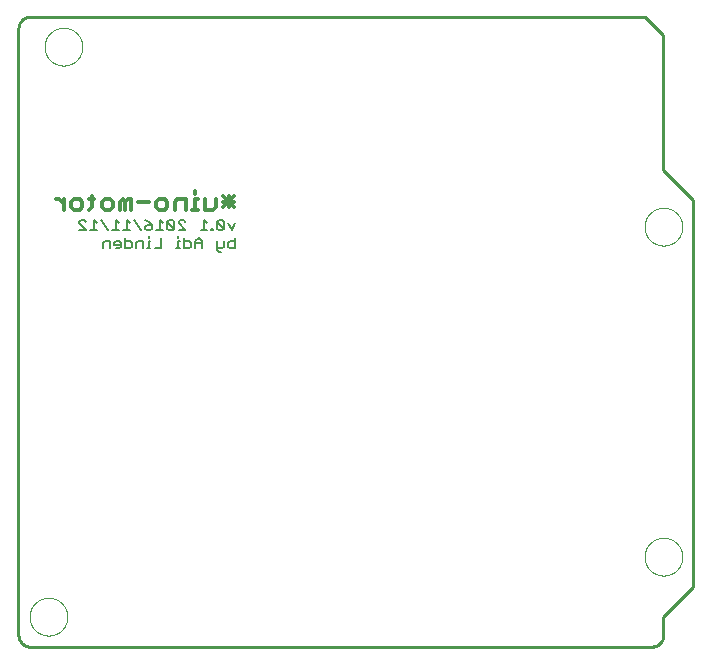
<source format=gbo>
G75*
%MOIN*%
%OFA0B0*%
%FSLAX25Y25*%
%IPPOS*%
%LPD*%
%AMOC8*
5,1,8,0,0,1.08239X$1,22.5*
%
%ADD10C,0.01000*%
%ADD11C,0.00000*%
%ADD12C,0.01200*%
%ADD13C,0.00600*%
D10*
X0005537Y0010800D02*
X0212663Y0010800D01*
X0212787Y0010802D01*
X0212910Y0010808D01*
X0213034Y0010817D01*
X0213156Y0010831D01*
X0213279Y0010848D01*
X0213401Y0010870D01*
X0213522Y0010895D01*
X0213642Y0010924D01*
X0213761Y0010956D01*
X0213880Y0010993D01*
X0213997Y0011033D01*
X0214112Y0011076D01*
X0214227Y0011124D01*
X0214339Y0011175D01*
X0214450Y0011229D01*
X0214560Y0011287D01*
X0214667Y0011348D01*
X0214773Y0011413D01*
X0214876Y0011481D01*
X0214977Y0011552D01*
X0215076Y0011626D01*
X0215173Y0011703D01*
X0215267Y0011784D01*
X0215358Y0011867D01*
X0215447Y0011953D01*
X0215533Y0012042D01*
X0215616Y0012133D01*
X0215697Y0012227D01*
X0215774Y0012324D01*
X0215848Y0012423D01*
X0215919Y0012524D01*
X0215987Y0012627D01*
X0216052Y0012733D01*
X0216113Y0012840D01*
X0216171Y0012950D01*
X0216225Y0013061D01*
X0216276Y0013173D01*
X0216324Y0013288D01*
X0216367Y0013403D01*
X0216407Y0013520D01*
X0216444Y0013639D01*
X0216476Y0013758D01*
X0216505Y0013878D01*
X0216530Y0013999D01*
X0216552Y0014121D01*
X0216569Y0014244D01*
X0216583Y0014366D01*
X0216592Y0014490D01*
X0216598Y0014613D01*
X0216600Y0014737D01*
X0216600Y0020800D01*
X0226600Y0030800D01*
X0226600Y0159800D01*
X0216600Y0169800D01*
X0216600Y0214800D01*
X0210600Y0220800D01*
X0005537Y0220800D01*
X0005413Y0220798D01*
X0005290Y0220792D01*
X0005166Y0220783D01*
X0005044Y0220769D01*
X0004921Y0220752D01*
X0004799Y0220730D01*
X0004678Y0220705D01*
X0004558Y0220676D01*
X0004439Y0220644D01*
X0004320Y0220607D01*
X0004203Y0220567D01*
X0004088Y0220524D01*
X0003973Y0220476D01*
X0003861Y0220425D01*
X0003750Y0220371D01*
X0003640Y0220313D01*
X0003533Y0220252D01*
X0003427Y0220187D01*
X0003324Y0220119D01*
X0003223Y0220048D01*
X0003124Y0219974D01*
X0003027Y0219897D01*
X0002933Y0219816D01*
X0002842Y0219733D01*
X0002753Y0219647D01*
X0002667Y0219558D01*
X0002584Y0219467D01*
X0002503Y0219373D01*
X0002426Y0219276D01*
X0002352Y0219177D01*
X0002281Y0219076D01*
X0002213Y0218973D01*
X0002148Y0218867D01*
X0002087Y0218760D01*
X0002029Y0218650D01*
X0001975Y0218539D01*
X0001924Y0218427D01*
X0001876Y0218312D01*
X0001833Y0218197D01*
X0001793Y0218080D01*
X0001756Y0217961D01*
X0001724Y0217842D01*
X0001695Y0217722D01*
X0001670Y0217601D01*
X0001648Y0217479D01*
X0001631Y0217356D01*
X0001617Y0217234D01*
X0001608Y0217110D01*
X0001602Y0216987D01*
X0001600Y0216863D01*
X0001600Y0014737D01*
X0001602Y0014613D01*
X0001608Y0014490D01*
X0001617Y0014366D01*
X0001631Y0014244D01*
X0001648Y0014121D01*
X0001670Y0013999D01*
X0001695Y0013878D01*
X0001724Y0013758D01*
X0001756Y0013639D01*
X0001793Y0013520D01*
X0001833Y0013403D01*
X0001876Y0013288D01*
X0001924Y0013173D01*
X0001975Y0013061D01*
X0002029Y0012950D01*
X0002087Y0012840D01*
X0002148Y0012733D01*
X0002213Y0012627D01*
X0002281Y0012524D01*
X0002352Y0012423D01*
X0002426Y0012324D01*
X0002503Y0012227D01*
X0002584Y0012133D01*
X0002667Y0012042D01*
X0002753Y0011953D01*
X0002842Y0011867D01*
X0002933Y0011784D01*
X0003027Y0011703D01*
X0003124Y0011626D01*
X0003223Y0011552D01*
X0003324Y0011481D01*
X0003427Y0011413D01*
X0003533Y0011348D01*
X0003640Y0011287D01*
X0003750Y0011229D01*
X0003861Y0011175D01*
X0003973Y0011124D01*
X0004088Y0011076D01*
X0004203Y0011033D01*
X0004320Y0010993D01*
X0004439Y0010956D01*
X0004558Y0010924D01*
X0004678Y0010895D01*
X0004799Y0010870D01*
X0004921Y0010848D01*
X0005044Y0010831D01*
X0005166Y0010817D01*
X0005290Y0010808D01*
X0005413Y0010802D01*
X0005537Y0010800D01*
D11*
X0005301Y0020800D02*
X0005303Y0020958D01*
X0005309Y0021116D01*
X0005319Y0021274D01*
X0005333Y0021432D01*
X0005351Y0021589D01*
X0005372Y0021746D01*
X0005398Y0021902D01*
X0005428Y0022058D01*
X0005461Y0022213D01*
X0005499Y0022366D01*
X0005540Y0022519D01*
X0005585Y0022671D01*
X0005634Y0022822D01*
X0005687Y0022971D01*
X0005743Y0023119D01*
X0005803Y0023265D01*
X0005867Y0023410D01*
X0005935Y0023553D01*
X0006006Y0023695D01*
X0006080Y0023835D01*
X0006158Y0023972D01*
X0006240Y0024108D01*
X0006324Y0024242D01*
X0006413Y0024373D01*
X0006504Y0024502D01*
X0006599Y0024629D01*
X0006696Y0024754D01*
X0006797Y0024876D01*
X0006901Y0024995D01*
X0007008Y0025112D01*
X0007118Y0025226D01*
X0007231Y0025337D01*
X0007346Y0025446D01*
X0007464Y0025551D01*
X0007585Y0025653D01*
X0007708Y0025753D01*
X0007834Y0025849D01*
X0007962Y0025942D01*
X0008092Y0026032D01*
X0008225Y0026118D01*
X0008360Y0026202D01*
X0008496Y0026281D01*
X0008635Y0026358D01*
X0008776Y0026430D01*
X0008918Y0026500D01*
X0009062Y0026565D01*
X0009208Y0026627D01*
X0009355Y0026685D01*
X0009504Y0026740D01*
X0009654Y0026791D01*
X0009805Y0026838D01*
X0009957Y0026881D01*
X0010110Y0026920D01*
X0010265Y0026956D01*
X0010420Y0026987D01*
X0010576Y0027015D01*
X0010732Y0027039D01*
X0010889Y0027059D01*
X0011047Y0027075D01*
X0011204Y0027087D01*
X0011363Y0027095D01*
X0011521Y0027099D01*
X0011679Y0027099D01*
X0011837Y0027095D01*
X0011996Y0027087D01*
X0012153Y0027075D01*
X0012311Y0027059D01*
X0012468Y0027039D01*
X0012624Y0027015D01*
X0012780Y0026987D01*
X0012935Y0026956D01*
X0013090Y0026920D01*
X0013243Y0026881D01*
X0013395Y0026838D01*
X0013546Y0026791D01*
X0013696Y0026740D01*
X0013845Y0026685D01*
X0013992Y0026627D01*
X0014138Y0026565D01*
X0014282Y0026500D01*
X0014424Y0026430D01*
X0014565Y0026358D01*
X0014704Y0026281D01*
X0014840Y0026202D01*
X0014975Y0026118D01*
X0015108Y0026032D01*
X0015238Y0025942D01*
X0015366Y0025849D01*
X0015492Y0025753D01*
X0015615Y0025653D01*
X0015736Y0025551D01*
X0015854Y0025446D01*
X0015969Y0025337D01*
X0016082Y0025226D01*
X0016192Y0025112D01*
X0016299Y0024995D01*
X0016403Y0024876D01*
X0016504Y0024754D01*
X0016601Y0024629D01*
X0016696Y0024502D01*
X0016787Y0024373D01*
X0016876Y0024242D01*
X0016960Y0024108D01*
X0017042Y0023972D01*
X0017120Y0023835D01*
X0017194Y0023695D01*
X0017265Y0023553D01*
X0017333Y0023410D01*
X0017397Y0023265D01*
X0017457Y0023119D01*
X0017513Y0022971D01*
X0017566Y0022822D01*
X0017615Y0022671D01*
X0017660Y0022519D01*
X0017701Y0022366D01*
X0017739Y0022213D01*
X0017772Y0022058D01*
X0017802Y0021902D01*
X0017828Y0021746D01*
X0017849Y0021589D01*
X0017867Y0021432D01*
X0017881Y0021274D01*
X0017891Y0021116D01*
X0017897Y0020958D01*
X0017899Y0020800D01*
X0017897Y0020642D01*
X0017891Y0020484D01*
X0017881Y0020326D01*
X0017867Y0020168D01*
X0017849Y0020011D01*
X0017828Y0019854D01*
X0017802Y0019698D01*
X0017772Y0019542D01*
X0017739Y0019387D01*
X0017701Y0019234D01*
X0017660Y0019081D01*
X0017615Y0018929D01*
X0017566Y0018778D01*
X0017513Y0018629D01*
X0017457Y0018481D01*
X0017397Y0018335D01*
X0017333Y0018190D01*
X0017265Y0018047D01*
X0017194Y0017905D01*
X0017120Y0017765D01*
X0017042Y0017628D01*
X0016960Y0017492D01*
X0016876Y0017358D01*
X0016787Y0017227D01*
X0016696Y0017098D01*
X0016601Y0016971D01*
X0016504Y0016846D01*
X0016403Y0016724D01*
X0016299Y0016605D01*
X0016192Y0016488D01*
X0016082Y0016374D01*
X0015969Y0016263D01*
X0015854Y0016154D01*
X0015736Y0016049D01*
X0015615Y0015947D01*
X0015492Y0015847D01*
X0015366Y0015751D01*
X0015238Y0015658D01*
X0015108Y0015568D01*
X0014975Y0015482D01*
X0014840Y0015398D01*
X0014704Y0015319D01*
X0014565Y0015242D01*
X0014424Y0015170D01*
X0014282Y0015100D01*
X0014138Y0015035D01*
X0013992Y0014973D01*
X0013845Y0014915D01*
X0013696Y0014860D01*
X0013546Y0014809D01*
X0013395Y0014762D01*
X0013243Y0014719D01*
X0013090Y0014680D01*
X0012935Y0014644D01*
X0012780Y0014613D01*
X0012624Y0014585D01*
X0012468Y0014561D01*
X0012311Y0014541D01*
X0012153Y0014525D01*
X0011996Y0014513D01*
X0011837Y0014505D01*
X0011679Y0014501D01*
X0011521Y0014501D01*
X0011363Y0014505D01*
X0011204Y0014513D01*
X0011047Y0014525D01*
X0010889Y0014541D01*
X0010732Y0014561D01*
X0010576Y0014585D01*
X0010420Y0014613D01*
X0010265Y0014644D01*
X0010110Y0014680D01*
X0009957Y0014719D01*
X0009805Y0014762D01*
X0009654Y0014809D01*
X0009504Y0014860D01*
X0009355Y0014915D01*
X0009208Y0014973D01*
X0009062Y0015035D01*
X0008918Y0015100D01*
X0008776Y0015170D01*
X0008635Y0015242D01*
X0008496Y0015319D01*
X0008360Y0015398D01*
X0008225Y0015482D01*
X0008092Y0015568D01*
X0007962Y0015658D01*
X0007834Y0015751D01*
X0007708Y0015847D01*
X0007585Y0015947D01*
X0007464Y0016049D01*
X0007346Y0016154D01*
X0007231Y0016263D01*
X0007118Y0016374D01*
X0007008Y0016488D01*
X0006901Y0016605D01*
X0006797Y0016724D01*
X0006696Y0016846D01*
X0006599Y0016971D01*
X0006504Y0017098D01*
X0006413Y0017227D01*
X0006324Y0017358D01*
X0006240Y0017492D01*
X0006158Y0017628D01*
X0006080Y0017765D01*
X0006006Y0017905D01*
X0005935Y0018047D01*
X0005867Y0018190D01*
X0005803Y0018335D01*
X0005743Y0018481D01*
X0005687Y0018629D01*
X0005634Y0018778D01*
X0005585Y0018929D01*
X0005540Y0019081D01*
X0005499Y0019234D01*
X0005461Y0019387D01*
X0005428Y0019542D01*
X0005398Y0019698D01*
X0005372Y0019854D01*
X0005351Y0020011D01*
X0005333Y0020168D01*
X0005319Y0020326D01*
X0005309Y0020484D01*
X0005303Y0020642D01*
X0005301Y0020800D01*
X0010301Y0210800D02*
X0010303Y0210958D01*
X0010309Y0211116D01*
X0010319Y0211274D01*
X0010333Y0211432D01*
X0010351Y0211589D01*
X0010372Y0211746D01*
X0010398Y0211902D01*
X0010428Y0212058D01*
X0010461Y0212213D01*
X0010499Y0212366D01*
X0010540Y0212519D01*
X0010585Y0212671D01*
X0010634Y0212822D01*
X0010687Y0212971D01*
X0010743Y0213119D01*
X0010803Y0213265D01*
X0010867Y0213410D01*
X0010935Y0213553D01*
X0011006Y0213695D01*
X0011080Y0213835D01*
X0011158Y0213972D01*
X0011240Y0214108D01*
X0011324Y0214242D01*
X0011413Y0214373D01*
X0011504Y0214502D01*
X0011599Y0214629D01*
X0011696Y0214754D01*
X0011797Y0214876D01*
X0011901Y0214995D01*
X0012008Y0215112D01*
X0012118Y0215226D01*
X0012231Y0215337D01*
X0012346Y0215446D01*
X0012464Y0215551D01*
X0012585Y0215653D01*
X0012708Y0215753D01*
X0012834Y0215849D01*
X0012962Y0215942D01*
X0013092Y0216032D01*
X0013225Y0216118D01*
X0013360Y0216202D01*
X0013496Y0216281D01*
X0013635Y0216358D01*
X0013776Y0216430D01*
X0013918Y0216500D01*
X0014062Y0216565D01*
X0014208Y0216627D01*
X0014355Y0216685D01*
X0014504Y0216740D01*
X0014654Y0216791D01*
X0014805Y0216838D01*
X0014957Y0216881D01*
X0015110Y0216920D01*
X0015265Y0216956D01*
X0015420Y0216987D01*
X0015576Y0217015D01*
X0015732Y0217039D01*
X0015889Y0217059D01*
X0016047Y0217075D01*
X0016204Y0217087D01*
X0016363Y0217095D01*
X0016521Y0217099D01*
X0016679Y0217099D01*
X0016837Y0217095D01*
X0016996Y0217087D01*
X0017153Y0217075D01*
X0017311Y0217059D01*
X0017468Y0217039D01*
X0017624Y0217015D01*
X0017780Y0216987D01*
X0017935Y0216956D01*
X0018090Y0216920D01*
X0018243Y0216881D01*
X0018395Y0216838D01*
X0018546Y0216791D01*
X0018696Y0216740D01*
X0018845Y0216685D01*
X0018992Y0216627D01*
X0019138Y0216565D01*
X0019282Y0216500D01*
X0019424Y0216430D01*
X0019565Y0216358D01*
X0019704Y0216281D01*
X0019840Y0216202D01*
X0019975Y0216118D01*
X0020108Y0216032D01*
X0020238Y0215942D01*
X0020366Y0215849D01*
X0020492Y0215753D01*
X0020615Y0215653D01*
X0020736Y0215551D01*
X0020854Y0215446D01*
X0020969Y0215337D01*
X0021082Y0215226D01*
X0021192Y0215112D01*
X0021299Y0214995D01*
X0021403Y0214876D01*
X0021504Y0214754D01*
X0021601Y0214629D01*
X0021696Y0214502D01*
X0021787Y0214373D01*
X0021876Y0214242D01*
X0021960Y0214108D01*
X0022042Y0213972D01*
X0022120Y0213835D01*
X0022194Y0213695D01*
X0022265Y0213553D01*
X0022333Y0213410D01*
X0022397Y0213265D01*
X0022457Y0213119D01*
X0022513Y0212971D01*
X0022566Y0212822D01*
X0022615Y0212671D01*
X0022660Y0212519D01*
X0022701Y0212366D01*
X0022739Y0212213D01*
X0022772Y0212058D01*
X0022802Y0211902D01*
X0022828Y0211746D01*
X0022849Y0211589D01*
X0022867Y0211432D01*
X0022881Y0211274D01*
X0022891Y0211116D01*
X0022897Y0210958D01*
X0022899Y0210800D01*
X0022897Y0210642D01*
X0022891Y0210484D01*
X0022881Y0210326D01*
X0022867Y0210168D01*
X0022849Y0210011D01*
X0022828Y0209854D01*
X0022802Y0209698D01*
X0022772Y0209542D01*
X0022739Y0209387D01*
X0022701Y0209234D01*
X0022660Y0209081D01*
X0022615Y0208929D01*
X0022566Y0208778D01*
X0022513Y0208629D01*
X0022457Y0208481D01*
X0022397Y0208335D01*
X0022333Y0208190D01*
X0022265Y0208047D01*
X0022194Y0207905D01*
X0022120Y0207765D01*
X0022042Y0207628D01*
X0021960Y0207492D01*
X0021876Y0207358D01*
X0021787Y0207227D01*
X0021696Y0207098D01*
X0021601Y0206971D01*
X0021504Y0206846D01*
X0021403Y0206724D01*
X0021299Y0206605D01*
X0021192Y0206488D01*
X0021082Y0206374D01*
X0020969Y0206263D01*
X0020854Y0206154D01*
X0020736Y0206049D01*
X0020615Y0205947D01*
X0020492Y0205847D01*
X0020366Y0205751D01*
X0020238Y0205658D01*
X0020108Y0205568D01*
X0019975Y0205482D01*
X0019840Y0205398D01*
X0019704Y0205319D01*
X0019565Y0205242D01*
X0019424Y0205170D01*
X0019282Y0205100D01*
X0019138Y0205035D01*
X0018992Y0204973D01*
X0018845Y0204915D01*
X0018696Y0204860D01*
X0018546Y0204809D01*
X0018395Y0204762D01*
X0018243Y0204719D01*
X0018090Y0204680D01*
X0017935Y0204644D01*
X0017780Y0204613D01*
X0017624Y0204585D01*
X0017468Y0204561D01*
X0017311Y0204541D01*
X0017153Y0204525D01*
X0016996Y0204513D01*
X0016837Y0204505D01*
X0016679Y0204501D01*
X0016521Y0204501D01*
X0016363Y0204505D01*
X0016204Y0204513D01*
X0016047Y0204525D01*
X0015889Y0204541D01*
X0015732Y0204561D01*
X0015576Y0204585D01*
X0015420Y0204613D01*
X0015265Y0204644D01*
X0015110Y0204680D01*
X0014957Y0204719D01*
X0014805Y0204762D01*
X0014654Y0204809D01*
X0014504Y0204860D01*
X0014355Y0204915D01*
X0014208Y0204973D01*
X0014062Y0205035D01*
X0013918Y0205100D01*
X0013776Y0205170D01*
X0013635Y0205242D01*
X0013496Y0205319D01*
X0013360Y0205398D01*
X0013225Y0205482D01*
X0013092Y0205568D01*
X0012962Y0205658D01*
X0012834Y0205751D01*
X0012708Y0205847D01*
X0012585Y0205947D01*
X0012464Y0206049D01*
X0012346Y0206154D01*
X0012231Y0206263D01*
X0012118Y0206374D01*
X0012008Y0206488D01*
X0011901Y0206605D01*
X0011797Y0206724D01*
X0011696Y0206846D01*
X0011599Y0206971D01*
X0011504Y0207098D01*
X0011413Y0207227D01*
X0011324Y0207358D01*
X0011240Y0207492D01*
X0011158Y0207628D01*
X0011080Y0207765D01*
X0011006Y0207905D01*
X0010935Y0208047D01*
X0010867Y0208190D01*
X0010803Y0208335D01*
X0010743Y0208481D01*
X0010687Y0208629D01*
X0010634Y0208778D01*
X0010585Y0208929D01*
X0010540Y0209081D01*
X0010499Y0209234D01*
X0010461Y0209387D01*
X0010428Y0209542D01*
X0010398Y0209698D01*
X0010372Y0209854D01*
X0010351Y0210011D01*
X0010333Y0210168D01*
X0010319Y0210326D01*
X0010309Y0210484D01*
X0010303Y0210642D01*
X0010301Y0210800D01*
X0210301Y0150800D02*
X0210303Y0150958D01*
X0210309Y0151116D01*
X0210319Y0151274D01*
X0210333Y0151432D01*
X0210351Y0151589D01*
X0210372Y0151746D01*
X0210398Y0151902D01*
X0210428Y0152058D01*
X0210461Y0152213D01*
X0210499Y0152366D01*
X0210540Y0152519D01*
X0210585Y0152671D01*
X0210634Y0152822D01*
X0210687Y0152971D01*
X0210743Y0153119D01*
X0210803Y0153265D01*
X0210867Y0153410D01*
X0210935Y0153553D01*
X0211006Y0153695D01*
X0211080Y0153835D01*
X0211158Y0153972D01*
X0211240Y0154108D01*
X0211324Y0154242D01*
X0211413Y0154373D01*
X0211504Y0154502D01*
X0211599Y0154629D01*
X0211696Y0154754D01*
X0211797Y0154876D01*
X0211901Y0154995D01*
X0212008Y0155112D01*
X0212118Y0155226D01*
X0212231Y0155337D01*
X0212346Y0155446D01*
X0212464Y0155551D01*
X0212585Y0155653D01*
X0212708Y0155753D01*
X0212834Y0155849D01*
X0212962Y0155942D01*
X0213092Y0156032D01*
X0213225Y0156118D01*
X0213360Y0156202D01*
X0213496Y0156281D01*
X0213635Y0156358D01*
X0213776Y0156430D01*
X0213918Y0156500D01*
X0214062Y0156565D01*
X0214208Y0156627D01*
X0214355Y0156685D01*
X0214504Y0156740D01*
X0214654Y0156791D01*
X0214805Y0156838D01*
X0214957Y0156881D01*
X0215110Y0156920D01*
X0215265Y0156956D01*
X0215420Y0156987D01*
X0215576Y0157015D01*
X0215732Y0157039D01*
X0215889Y0157059D01*
X0216047Y0157075D01*
X0216204Y0157087D01*
X0216363Y0157095D01*
X0216521Y0157099D01*
X0216679Y0157099D01*
X0216837Y0157095D01*
X0216996Y0157087D01*
X0217153Y0157075D01*
X0217311Y0157059D01*
X0217468Y0157039D01*
X0217624Y0157015D01*
X0217780Y0156987D01*
X0217935Y0156956D01*
X0218090Y0156920D01*
X0218243Y0156881D01*
X0218395Y0156838D01*
X0218546Y0156791D01*
X0218696Y0156740D01*
X0218845Y0156685D01*
X0218992Y0156627D01*
X0219138Y0156565D01*
X0219282Y0156500D01*
X0219424Y0156430D01*
X0219565Y0156358D01*
X0219704Y0156281D01*
X0219840Y0156202D01*
X0219975Y0156118D01*
X0220108Y0156032D01*
X0220238Y0155942D01*
X0220366Y0155849D01*
X0220492Y0155753D01*
X0220615Y0155653D01*
X0220736Y0155551D01*
X0220854Y0155446D01*
X0220969Y0155337D01*
X0221082Y0155226D01*
X0221192Y0155112D01*
X0221299Y0154995D01*
X0221403Y0154876D01*
X0221504Y0154754D01*
X0221601Y0154629D01*
X0221696Y0154502D01*
X0221787Y0154373D01*
X0221876Y0154242D01*
X0221960Y0154108D01*
X0222042Y0153972D01*
X0222120Y0153835D01*
X0222194Y0153695D01*
X0222265Y0153553D01*
X0222333Y0153410D01*
X0222397Y0153265D01*
X0222457Y0153119D01*
X0222513Y0152971D01*
X0222566Y0152822D01*
X0222615Y0152671D01*
X0222660Y0152519D01*
X0222701Y0152366D01*
X0222739Y0152213D01*
X0222772Y0152058D01*
X0222802Y0151902D01*
X0222828Y0151746D01*
X0222849Y0151589D01*
X0222867Y0151432D01*
X0222881Y0151274D01*
X0222891Y0151116D01*
X0222897Y0150958D01*
X0222899Y0150800D01*
X0222897Y0150642D01*
X0222891Y0150484D01*
X0222881Y0150326D01*
X0222867Y0150168D01*
X0222849Y0150011D01*
X0222828Y0149854D01*
X0222802Y0149698D01*
X0222772Y0149542D01*
X0222739Y0149387D01*
X0222701Y0149234D01*
X0222660Y0149081D01*
X0222615Y0148929D01*
X0222566Y0148778D01*
X0222513Y0148629D01*
X0222457Y0148481D01*
X0222397Y0148335D01*
X0222333Y0148190D01*
X0222265Y0148047D01*
X0222194Y0147905D01*
X0222120Y0147765D01*
X0222042Y0147628D01*
X0221960Y0147492D01*
X0221876Y0147358D01*
X0221787Y0147227D01*
X0221696Y0147098D01*
X0221601Y0146971D01*
X0221504Y0146846D01*
X0221403Y0146724D01*
X0221299Y0146605D01*
X0221192Y0146488D01*
X0221082Y0146374D01*
X0220969Y0146263D01*
X0220854Y0146154D01*
X0220736Y0146049D01*
X0220615Y0145947D01*
X0220492Y0145847D01*
X0220366Y0145751D01*
X0220238Y0145658D01*
X0220108Y0145568D01*
X0219975Y0145482D01*
X0219840Y0145398D01*
X0219704Y0145319D01*
X0219565Y0145242D01*
X0219424Y0145170D01*
X0219282Y0145100D01*
X0219138Y0145035D01*
X0218992Y0144973D01*
X0218845Y0144915D01*
X0218696Y0144860D01*
X0218546Y0144809D01*
X0218395Y0144762D01*
X0218243Y0144719D01*
X0218090Y0144680D01*
X0217935Y0144644D01*
X0217780Y0144613D01*
X0217624Y0144585D01*
X0217468Y0144561D01*
X0217311Y0144541D01*
X0217153Y0144525D01*
X0216996Y0144513D01*
X0216837Y0144505D01*
X0216679Y0144501D01*
X0216521Y0144501D01*
X0216363Y0144505D01*
X0216204Y0144513D01*
X0216047Y0144525D01*
X0215889Y0144541D01*
X0215732Y0144561D01*
X0215576Y0144585D01*
X0215420Y0144613D01*
X0215265Y0144644D01*
X0215110Y0144680D01*
X0214957Y0144719D01*
X0214805Y0144762D01*
X0214654Y0144809D01*
X0214504Y0144860D01*
X0214355Y0144915D01*
X0214208Y0144973D01*
X0214062Y0145035D01*
X0213918Y0145100D01*
X0213776Y0145170D01*
X0213635Y0145242D01*
X0213496Y0145319D01*
X0213360Y0145398D01*
X0213225Y0145482D01*
X0213092Y0145568D01*
X0212962Y0145658D01*
X0212834Y0145751D01*
X0212708Y0145847D01*
X0212585Y0145947D01*
X0212464Y0146049D01*
X0212346Y0146154D01*
X0212231Y0146263D01*
X0212118Y0146374D01*
X0212008Y0146488D01*
X0211901Y0146605D01*
X0211797Y0146724D01*
X0211696Y0146846D01*
X0211599Y0146971D01*
X0211504Y0147098D01*
X0211413Y0147227D01*
X0211324Y0147358D01*
X0211240Y0147492D01*
X0211158Y0147628D01*
X0211080Y0147765D01*
X0211006Y0147905D01*
X0210935Y0148047D01*
X0210867Y0148190D01*
X0210803Y0148335D01*
X0210743Y0148481D01*
X0210687Y0148629D01*
X0210634Y0148778D01*
X0210585Y0148929D01*
X0210540Y0149081D01*
X0210499Y0149234D01*
X0210461Y0149387D01*
X0210428Y0149542D01*
X0210398Y0149698D01*
X0210372Y0149854D01*
X0210351Y0150011D01*
X0210333Y0150168D01*
X0210319Y0150326D01*
X0210309Y0150484D01*
X0210303Y0150642D01*
X0210301Y0150800D01*
X0210301Y0040800D02*
X0210303Y0040958D01*
X0210309Y0041116D01*
X0210319Y0041274D01*
X0210333Y0041432D01*
X0210351Y0041589D01*
X0210372Y0041746D01*
X0210398Y0041902D01*
X0210428Y0042058D01*
X0210461Y0042213D01*
X0210499Y0042366D01*
X0210540Y0042519D01*
X0210585Y0042671D01*
X0210634Y0042822D01*
X0210687Y0042971D01*
X0210743Y0043119D01*
X0210803Y0043265D01*
X0210867Y0043410D01*
X0210935Y0043553D01*
X0211006Y0043695D01*
X0211080Y0043835D01*
X0211158Y0043972D01*
X0211240Y0044108D01*
X0211324Y0044242D01*
X0211413Y0044373D01*
X0211504Y0044502D01*
X0211599Y0044629D01*
X0211696Y0044754D01*
X0211797Y0044876D01*
X0211901Y0044995D01*
X0212008Y0045112D01*
X0212118Y0045226D01*
X0212231Y0045337D01*
X0212346Y0045446D01*
X0212464Y0045551D01*
X0212585Y0045653D01*
X0212708Y0045753D01*
X0212834Y0045849D01*
X0212962Y0045942D01*
X0213092Y0046032D01*
X0213225Y0046118D01*
X0213360Y0046202D01*
X0213496Y0046281D01*
X0213635Y0046358D01*
X0213776Y0046430D01*
X0213918Y0046500D01*
X0214062Y0046565D01*
X0214208Y0046627D01*
X0214355Y0046685D01*
X0214504Y0046740D01*
X0214654Y0046791D01*
X0214805Y0046838D01*
X0214957Y0046881D01*
X0215110Y0046920D01*
X0215265Y0046956D01*
X0215420Y0046987D01*
X0215576Y0047015D01*
X0215732Y0047039D01*
X0215889Y0047059D01*
X0216047Y0047075D01*
X0216204Y0047087D01*
X0216363Y0047095D01*
X0216521Y0047099D01*
X0216679Y0047099D01*
X0216837Y0047095D01*
X0216996Y0047087D01*
X0217153Y0047075D01*
X0217311Y0047059D01*
X0217468Y0047039D01*
X0217624Y0047015D01*
X0217780Y0046987D01*
X0217935Y0046956D01*
X0218090Y0046920D01*
X0218243Y0046881D01*
X0218395Y0046838D01*
X0218546Y0046791D01*
X0218696Y0046740D01*
X0218845Y0046685D01*
X0218992Y0046627D01*
X0219138Y0046565D01*
X0219282Y0046500D01*
X0219424Y0046430D01*
X0219565Y0046358D01*
X0219704Y0046281D01*
X0219840Y0046202D01*
X0219975Y0046118D01*
X0220108Y0046032D01*
X0220238Y0045942D01*
X0220366Y0045849D01*
X0220492Y0045753D01*
X0220615Y0045653D01*
X0220736Y0045551D01*
X0220854Y0045446D01*
X0220969Y0045337D01*
X0221082Y0045226D01*
X0221192Y0045112D01*
X0221299Y0044995D01*
X0221403Y0044876D01*
X0221504Y0044754D01*
X0221601Y0044629D01*
X0221696Y0044502D01*
X0221787Y0044373D01*
X0221876Y0044242D01*
X0221960Y0044108D01*
X0222042Y0043972D01*
X0222120Y0043835D01*
X0222194Y0043695D01*
X0222265Y0043553D01*
X0222333Y0043410D01*
X0222397Y0043265D01*
X0222457Y0043119D01*
X0222513Y0042971D01*
X0222566Y0042822D01*
X0222615Y0042671D01*
X0222660Y0042519D01*
X0222701Y0042366D01*
X0222739Y0042213D01*
X0222772Y0042058D01*
X0222802Y0041902D01*
X0222828Y0041746D01*
X0222849Y0041589D01*
X0222867Y0041432D01*
X0222881Y0041274D01*
X0222891Y0041116D01*
X0222897Y0040958D01*
X0222899Y0040800D01*
X0222897Y0040642D01*
X0222891Y0040484D01*
X0222881Y0040326D01*
X0222867Y0040168D01*
X0222849Y0040011D01*
X0222828Y0039854D01*
X0222802Y0039698D01*
X0222772Y0039542D01*
X0222739Y0039387D01*
X0222701Y0039234D01*
X0222660Y0039081D01*
X0222615Y0038929D01*
X0222566Y0038778D01*
X0222513Y0038629D01*
X0222457Y0038481D01*
X0222397Y0038335D01*
X0222333Y0038190D01*
X0222265Y0038047D01*
X0222194Y0037905D01*
X0222120Y0037765D01*
X0222042Y0037628D01*
X0221960Y0037492D01*
X0221876Y0037358D01*
X0221787Y0037227D01*
X0221696Y0037098D01*
X0221601Y0036971D01*
X0221504Y0036846D01*
X0221403Y0036724D01*
X0221299Y0036605D01*
X0221192Y0036488D01*
X0221082Y0036374D01*
X0220969Y0036263D01*
X0220854Y0036154D01*
X0220736Y0036049D01*
X0220615Y0035947D01*
X0220492Y0035847D01*
X0220366Y0035751D01*
X0220238Y0035658D01*
X0220108Y0035568D01*
X0219975Y0035482D01*
X0219840Y0035398D01*
X0219704Y0035319D01*
X0219565Y0035242D01*
X0219424Y0035170D01*
X0219282Y0035100D01*
X0219138Y0035035D01*
X0218992Y0034973D01*
X0218845Y0034915D01*
X0218696Y0034860D01*
X0218546Y0034809D01*
X0218395Y0034762D01*
X0218243Y0034719D01*
X0218090Y0034680D01*
X0217935Y0034644D01*
X0217780Y0034613D01*
X0217624Y0034585D01*
X0217468Y0034561D01*
X0217311Y0034541D01*
X0217153Y0034525D01*
X0216996Y0034513D01*
X0216837Y0034505D01*
X0216679Y0034501D01*
X0216521Y0034501D01*
X0216363Y0034505D01*
X0216204Y0034513D01*
X0216047Y0034525D01*
X0215889Y0034541D01*
X0215732Y0034561D01*
X0215576Y0034585D01*
X0215420Y0034613D01*
X0215265Y0034644D01*
X0215110Y0034680D01*
X0214957Y0034719D01*
X0214805Y0034762D01*
X0214654Y0034809D01*
X0214504Y0034860D01*
X0214355Y0034915D01*
X0214208Y0034973D01*
X0214062Y0035035D01*
X0213918Y0035100D01*
X0213776Y0035170D01*
X0213635Y0035242D01*
X0213496Y0035319D01*
X0213360Y0035398D01*
X0213225Y0035482D01*
X0213092Y0035568D01*
X0212962Y0035658D01*
X0212834Y0035751D01*
X0212708Y0035847D01*
X0212585Y0035947D01*
X0212464Y0036049D01*
X0212346Y0036154D01*
X0212231Y0036263D01*
X0212118Y0036374D01*
X0212008Y0036488D01*
X0211901Y0036605D01*
X0211797Y0036724D01*
X0211696Y0036846D01*
X0211599Y0036971D01*
X0211504Y0037098D01*
X0211413Y0037227D01*
X0211324Y0037358D01*
X0211240Y0037492D01*
X0211158Y0037628D01*
X0211080Y0037765D01*
X0211006Y0037905D01*
X0210935Y0038047D01*
X0210867Y0038190D01*
X0210803Y0038335D01*
X0210743Y0038481D01*
X0210687Y0038629D01*
X0210634Y0038778D01*
X0210585Y0038929D01*
X0210540Y0039081D01*
X0210499Y0039234D01*
X0210461Y0039387D01*
X0210428Y0039542D01*
X0210398Y0039698D01*
X0210372Y0039854D01*
X0210351Y0040011D01*
X0210333Y0040168D01*
X0210319Y0040326D01*
X0210309Y0040484D01*
X0210303Y0040642D01*
X0210301Y0040800D01*
D12*
X0073500Y0157301D02*
X0069897Y0160904D01*
X0071698Y0160904D02*
X0071698Y0157301D01*
X0069897Y0157301D02*
X0073500Y0160904D01*
X0073500Y0159102D02*
X0069897Y0159102D01*
X0067423Y0160003D02*
X0067423Y0157301D01*
X0066522Y0156400D01*
X0063820Y0156400D01*
X0063820Y0160003D01*
X0061346Y0160003D02*
X0060445Y0160003D01*
X0060445Y0156400D01*
X0061346Y0156400D02*
X0059544Y0156400D01*
X0057294Y0156400D02*
X0057294Y0160003D01*
X0054592Y0160003D01*
X0053691Y0159102D01*
X0053691Y0156400D01*
X0051217Y0157301D02*
X0051217Y0159102D01*
X0050316Y0160003D01*
X0048515Y0160003D01*
X0047614Y0159102D01*
X0047614Y0157301D01*
X0048515Y0156400D01*
X0050316Y0156400D01*
X0051217Y0157301D01*
X0045140Y0159102D02*
X0041537Y0159102D01*
X0039063Y0160003D02*
X0039063Y0156400D01*
X0037261Y0156400D02*
X0037261Y0159102D01*
X0036360Y0160003D01*
X0035460Y0159102D01*
X0035460Y0156400D01*
X0032985Y0157301D02*
X0032985Y0159102D01*
X0032085Y0160003D01*
X0030283Y0160003D01*
X0029382Y0159102D01*
X0029382Y0157301D01*
X0030283Y0156400D01*
X0032085Y0156400D01*
X0032985Y0157301D01*
X0037261Y0159102D02*
X0038162Y0160003D01*
X0039063Y0160003D01*
X0026908Y0160003D02*
X0025107Y0160003D01*
X0026007Y0160904D02*
X0026007Y0157301D01*
X0025107Y0156400D01*
X0022857Y0157301D02*
X0022857Y0159102D01*
X0021956Y0160003D01*
X0020154Y0160003D01*
X0019254Y0159102D01*
X0019254Y0157301D01*
X0020154Y0156400D01*
X0021956Y0156400D01*
X0022857Y0157301D01*
X0016780Y0158202D02*
X0014978Y0160003D01*
X0014077Y0160003D01*
X0016780Y0160003D02*
X0016780Y0156400D01*
X0060445Y0161805D02*
X0060445Y0162705D01*
D13*
X0063458Y0153003D02*
X0063458Y0149600D01*
X0064592Y0149600D02*
X0062324Y0149600D01*
X0061616Y0147003D02*
X0060482Y0145869D01*
X0060482Y0143600D01*
X0059067Y0144167D02*
X0059067Y0145301D01*
X0058500Y0145869D01*
X0056799Y0145869D01*
X0056799Y0147003D02*
X0056799Y0143600D01*
X0058500Y0143600D01*
X0059067Y0144167D01*
X0060482Y0145301D02*
X0062751Y0145301D01*
X0062751Y0145869D02*
X0061616Y0147003D01*
X0062751Y0145869D02*
X0062751Y0143600D01*
X0067848Y0143600D02*
X0069550Y0143600D01*
X0070117Y0144167D01*
X0070117Y0145869D01*
X0071531Y0145301D02*
X0072099Y0145869D01*
X0073800Y0145869D01*
X0073800Y0147003D02*
X0073800Y0143600D01*
X0072099Y0143600D01*
X0071531Y0144167D01*
X0071531Y0145301D01*
X0068983Y0142466D02*
X0068415Y0142466D01*
X0067848Y0143033D01*
X0067848Y0145869D01*
X0068415Y0149600D02*
X0069550Y0149600D01*
X0070117Y0150167D01*
X0067848Y0152436D01*
X0067848Y0150167D01*
X0068415Y0149600D01*
X0070117Y0150167D02*
X0070117Y0152436D01*
X0069550Y0153003D01*
X0068415Y0153003D01*
X0067848Y0152436D01*
X0066434Y0150167D02*
X0065867Y0150167D01*
X0065867Y0149600D01*
X0066434Y0149600D01*
X0066434Y0150167D01*
X0064592Y0151869D02*
X0063458Y0153003D01*
X0057226Y0152436D02*
X0056659Y0153003D01*
X0055524Y0153003D01*
X0054957Y0152436D01*
X0054957Y0151869D01*
X0057226Y0149600D01*
X0054957Y0149600D01*
X0053543Y0150167D02*
X0053543Y0152436D01*
X0052976Y0153003D01*
X0051841Y0153003D01*
X0051274Y0152436D01*
X0053543Y0150167D01*
X0052976Y0149600D01*
X0051841Y0149600D01*
X0051274Y0150167D01*
X0051274Y0152436D01*
X0049860Y0151869D02*
X0048725Y0153003D01*
X0048725Y0149600D01*
X0047591Y0149600D02*
X0049860Y0149600D01*
X0049246Y0147003D02*
X0049246Y0143600D01*
X0046977Y0143600D01*
X0045563Y0143600D02*
X0044428Y0143600D01*
X0044995Y0143600D02*
X0044995Y0145869D01*
X0045563Y0145869D01*
X0044995Y0147003D02*
X0044995Y0147570D01*
X0044475Y0149600D02*
X0043908Y0150167D01*
X0043908Y0150734D01*
X0044475Y0151301D01*
X0046176Y0151301D01*
X0046176Y0150167D01*
X0045609Y0149600D01*
X0044475Y0149600D01*
X0042493Y0149600D02*
X0040225Y0153003D01*
X0038810Y0151869D02*
X0037676Y0153003D01*
X0037676Y0149600D01*
X0038810Y0149600D02*
X0036542Y0149600D01*
X0035127Y0149600D02*
X0032858Y0149600D01*
X0033993Y0149600D02*
X0033993Y0153003D01*
X0035127Y0151869D01*
X0031444Y0149600D02*
X0029175Y0153003D01*
X0027761Y0151869D02*
X0026626Y0153003D01*
X0026626Y0149600D01*
X0025492Y0149600D02*
X0027761Y0149600D01*
X0024078Y0149600D02*
X0021809Y0151869D01*
X0021809Y0152436D01*
X0022376Y0153003D01*
X0023510Y0153003D01*
X0024078Y0152436D01*
X0024078Y0149600D02*
X0021809Y0149600D01*
X0029789Y0145301D02*
X0029789Y0143600D01*
X0029789Y0145301D02*
X0030356Y0145869D01*
X0032058Y0145869D01*
X0032058Y0143600D01*
X0033472Y0144734D02*
X0035741Y0144734D01*
X0035741Y0144167D02*
X0035741Y0145301D01*
X0035174Y0145869D01*
X0034039Y0145869D01*
X0033472Y0145301D01*
X0033472Y0144734D01*
X0034039Y0143600D02*
X0035174Y0143600D01*
X0035741Y0144167D01*
X0037155Y0143600D02*
X0037155Y0147003D01*
X0037155Y0145869D02*
X0038857Y0145869D01*
X0039424Y0145301D01*
X0039424Y0144167D01*
X0038857Y0143600D01*
X0037155Y0143600D01*
X0040839Y0143600D02*
X0040839Y0145301D01*
X0041406Y0145869D01*
X0043107Y0145869D01*
X0043107Y0143600D01*
X0046176Y0151301D02*
X0045042Y0152436D01*
X0043908Y0153003D01*
X0054250Y0143600D02*
X0055384Y0143600D01*
X0054817Y0143600D02*
X0054817Y0145869D01*
X0055384Y0145869D01*
X0054817Y0147003D02*
X0054817Y0147570D01*
X0071531Y0151869D02*
X0072666Y0149600D01*
X0073800Y0151869D01*
M02*

</source>
